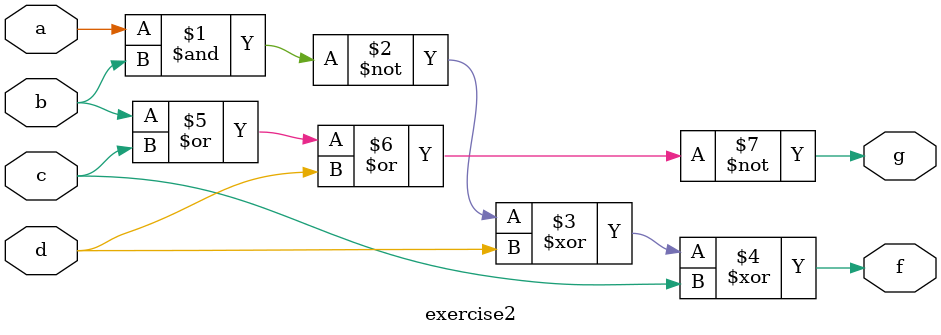
<source format=v>
module exercise2(a,b,c,d,f,g);
	input a,b,c,d;
	output f,g;
	
	assign f = ((~(a & b))^d^c);
	assign g = ~(b | c | d);
	
	/* and (e,a,b);
	not (h,e);
	or (k,c,b,d);
	not (g,k);
	xor (f,d,h,c); */
	
endmodule

</source>
